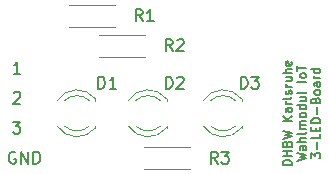
<source format=gbr>
%TF.GenerationSoftware,KiCad,Pcbnew,6.0.5-2.fc35*%
%TF.CreationDate,2022-09-23T18:33:46+02:00*%
%TF.ProjectId,LED-Board,4c45442d-426f-4617-9264-2e6b69636164,rev?*%
%TF.SameCoordinates,Original*%
%TF.FileFunction,Legend,Top*%
%TF.FilePolarity,Positive*%
%FSLAX46Y46*%
G04 Gerber Fmt 4.6, Leading zero omitted, Abs format (unit mm)*
G04 Created by KiCad (PCBNEW 6.0.5-2.fc35) date 2022-09-23 18:33:46*
%MOMM*%
%LPD*%
G01*
G04 APERTURE LIST*
%ADD10C,0.150000*%
%ADD11C,0.120000*%
G04 APERTURE END LIST*
D10*
X151531785Y-103417142D02*
X150781785Y-103417142D01*
X150781785Y-103238571D01*
X150817500Y-103131428D01*
X150888928Y-103060000D01*
X150960357Y-103024285D01*
X151103214Y-102988571D01*
X151210357Y-102988571D01*
X151353214Y-103024285D01*
X151424642Y-103060000D01*
X151496071Y-103131428D01*
X151531785Y-103238571D01*
X151531785Y-103417142D01*
X151531785Y-102667142D02*
X150781785Y-102667142D01*
X151138928Y-102667142D02*
X151138928Y-102238571D01*
X151531785Y-102238571D02*
X150781785Y-102238571D01*
X151138928Y-101631428D02*
X151174642Y-101524285D01*
X151210357Y-101488571D01*
X151281785Y-101452857D01*
X151388928Y-101452857D01*
X151460357Y-101488571D01*
X151496071Y-101524285D01*
X151531785Y-101595714D01*
X151531785Y-101881428D01*
X150781785Y-101881428D01*
X150781785Y-101631428D01*
X150817500Y-101560000D01*
X150853214Y-101524285D01*
X150924642Y-101488571D01*
X150996071Y-101488571D01*
X151067500Y-101524285D01*
X151103214Y-101560000D01*
X151138928Y-101631428D01*
X151138928Y-101881428D01*
X150781785Y-101202857D02*
X151531785Y-101024285D01*
X150996071Y-100881428D01*
X151531785Y-100738571D01*
X150781785Y-100560000D01*
X151531785Y-99702857D02*
X150781785Y-99702857D01*
X151531785Y-99274285D02*
X151103214Y-99595714D01*
X150781785Y-99274285D02*
X151210357Y-99702857D01*
X151531785Y-98631428D02*
X151138928Y-98631428D01*
X151067500Y-98667142D01*
X151031785Y-98738571D01*
X151031785Y-98881428D01*
X151067500Y-98952857D01*
X151496071Y-98631428D02*
X151531785Y-98702857D01*
X151531785Y-98881428D01*
X151496071Y-98952857D01*
X151424642Y-98988571D01*
X151353214Y-98988571D01*
X151281785Y-98952857D01*
X151246071Y-98881428D01*
X151246071Y-98702857D01*
X151210357Y-98631428D01*
X151531785Y-98274285D02*
X151031785Y-98274285D01*
X151174642Y-98274285D02*
X151103214Y-98238571D01*
X151067500Y-98202857D01*
X151031785Y-98131428D01*
X151031785Y-98060000D01*
X151531785Y-97702857D02*
X151496071Y-97774285D01*
X151424642Y-97810000D01*
X150781785Y-97810000D01*
X151496071Y-97452857D02*
X151531785Y-97381428D01*
X151531785Y-97238571D01*
X151496071Y-97167142D01*
X151424642Y-97131428D01*
X151388928Y-97131428D01*
X151317500Y-97167142D01*
X151281785Y-97238571D01*
X151281785Y-97345714D01*
X151246071Y-97417142D01*
X151174642Y-97452857D01*
X151138928Y-97452857D01*
X151067500Y-97417142D01*
X151031785Y-97345714D01*
X151031785Y-97238571D01*
X151067500Y-97167142D01*
X151531785Y-96810000D02*
X151031785Y-96810000D01*
X151174642Y-96810000D02*
X151103214Y-96774285D01*
X151067500Y-96738571D01*
X151031785Y-96667142D01*
X151031785Y-96595714D01*
X151031785Y-96024285D02*
X151531785Y-96024285D01*
X151031785Y-96345714D02*
X151424642Y-96345714D01*
X151496071Y-96310000D01*
X151531785Y-96238571D01*
X151531785Y-96131428D01*
X151496071Y-96060000D01*
X151460357Y-96024285D01*
X151531785Y-95667142D02*
X150781785Y-95667142D01*
X151531785Y-95345714D02*
X151138928Y-95345714D01*
X151067500Y-95381428D01*
X151031785Y-95452857D01*
X151031785Y-95560000D01*
X151067500Y-95631428D01*
X151103214Y-95667142D01*
X151496071Y-94702857D02*
X151531785Y-94774285D01*
X151531785Y-94917142D01*
X151496071Y-94988571D01*
X151424642Y-95024285D01*
X151138928Y-95024285D01*
X151067500Y-94988571D01*
X151031785Y-94917142D01*
X151031785Y-94774285D01*
X151067500Y-94702857D01*
X151138928Y-94667142D01*
X151210357Y-94667142D01*
X151281785Y-95024285D01*
X151989285Y-103060000D02*
X152739285Y-102881428D01*
X152203571Y-102738571D01*
X152739285Y-102595714D01*
X151989285Y-102417142D01*
X152739285Y-101810000D02*
X152346428Y-101810000D01*
X152275000Y-101845714D01*
X152239285Y-101917142D01*
X152239285Y-102060000D01*
X152275000Y-102131428D01*
X152703571Y-101810000D02*
X152739285Y-101881428D01*
X152739285Y-102060000D01*
X152703571Y-102131428D01*
X152632142Y-102167142D01*
X152560714Y-102167142D01*
X152489285Y-102131428D01*
X152453571Y-102060000D01*
X152453571Y-101881428D01*
X152417857Y-101810000D01*
X152739285Y-101452857D02*
X151989285Y-101452857D01*
X152739285Y-101131428D02*
X152346428Y-101131428D01*
X152275000Y-101167142D01*
X152239285Y-101238571D01*
X152239285Y-101345714D01*
X152275000Y-101417142D01*
X152310714Y-101452857D01*
X152739285Y-100667142D02*
X152703571Y-100738571D01*
X152632142Y-100774285D01*
X151989285Y-100774285D01*
X152739285Y-100381428D02*
X152239285Y-100381428D01*
X152310714Y-100381428D02*
X152275000Y-100345714D01*
X152239285Y-100274285D01*
X152239285Y-100167142D01*
X152275000Y-100095714D01*
X152346428Y-100060000D01*
X152739285Y-100060000D01*
X152346428Y-100060000D02*
X152275000Y-100024285D01*
X152239285Y-99952857D01*
X152239285Y-99845714D01*
X152275000Y-99774285D01*
X152346428Y-99738571D01*
X152739285Y-99738571D01*
X152739285Y-99274285D02*
X152703571Y-99345714D01*
X152667857Y-99381428D01*
X152596428Y-99417142D01*
X152382142Y-99417142D01*
X152310714Y-99381428D01*
X152275000Y-99345714D01*
X152239285Y-99274285D01*
X152239285Y-99167142D01*
X152275000Y-99095714D01*
X152310714Y-99060000D01*
X152382142Y-99024285D01*
X152596428Y-99024285D01*
X152667857Y-99060000D01*
X152703571Y-99095714D01*
X152739285Y-99167142D01*
X152739285Y-99274285D01*
X152739285Y-98381428D02*
X151989285Y-98381428D01*
X152703571Y-98381428D02*
X152739285Y-98452857D01*
X152739285Y-98595714D01*
X152703571Y-98667142D01*
X152667857Y-98702857D01*
X152596428Y-98738571D01*
X152382142Y-98738571D01*
X152310714Y-98702857D01*
X152275000Y-98667142D01*
X152239285Y-98595714D01*
X152239285Y-98452857D01*
X152275000Y-98381428D01*
X152239285Y-97702857D02*
X152739285Y-97702857D01*
X152239285Y-98024285D02*
X152632142Y-98024285D01*
X152703571Y-97988571D01*
X152739285Y-97917142D01*
X152739285Y-97810000D01*
X152703571Y-97738571D01*
X152667857Y-97702857D01*
X152739285Y-97238571D02*
X152703571Y-97310000D01*
X152632142Y-97345714D01*
X151989285Y-97345714D01*
X152739285Y-96381428D02*
X151989285Y-96381428D01*
X152739285Y-95917142D02*
X152703571Y-95988571D01*
X152667857Y-96024285D01*
X152596428Y-96060000D01*
X152382142Y-96060000D01*
X152310714Y-96024285D01*
X152275000Y-95988571D01*
X152239285Y-95917142D01*
X152239285Y-95810000D01*
X152275000Y-95738571D01*
X152310714Y-95702857D01*
X152382142Y-95667142D01*
X152596428Y-95667142D01*
X152667857Y-95702857D01*
X152703571Y-95738571D01*
X152739285Y-95810000D01*
X152739285Y-95917142D01*
X151989285Y-95452857D02*
X151989285Y-95024285D01*
X152739285Y-95238571D02*
X151989285Y-95238571D01*
X153196785Y-102881428D02*
X153196785Y-102417142D01*
X153482500Y-102667142D01*
X153482500Y-102560000D01*
X153518214Y-102488571D01*
X153553928Y-102452857D01*
X153625357Y-102417142D01*
X153803928Y-102417142D01*
X153875357Y-102452857D01*
X153911071Y-102488571D01*
X153946785Y-102560000D01*
X153946785Y-102774285D01*
X153911071Y-102845714D01*
X153875357Y-102881428D01*
X153661071Y-102095714D02*
X153661071Y-101524285D01*
X153946785Y-100810000D02*
X153946785Y-101167142D01*
X153196785Y-101167142D01*
X153553928Y-100560000D02*
X153553928Y-100310000D01*
X153946785Y-100202857D02*
X153946785Y-100560000D01*
X153196785Y-100560000D01*
X153196785Y-100202857D01*
X153946785Y-99881428D02*
X153196785Y-99881428D01*
X153196785Y-99702857D01*
X153232500Y-99595714D01*
X153303928Y-99524285D01*
X153375357Y-99488571D01*
X153518214Y-99452857D01*
X153625357Y-99452857D01*
X153768214Y-99488571D01*
X153839642Y-99524285D01*
X153911071Y-99595714D01*
X153946785Y-99702857D01*
X153946785Y-99881428D01*
X153661071Y-99131428D02*
X153661071Y-98560000D01*
X153553928Y-97952857D02*
X153589642Y-97845714D01*
X153625357Y-97810000D01*
X153696785Y-97774285D01*
X153803928Y-97774285D01*
X153875357Y-97810000D01*
X153911071Y-97845714D01*
X153946785Y-97917142D01*
X153946785Y-98202857D01*
X153196785Y-98202857D01*
X153196785Y-97952857D01*
X153232500Y-97881428D01*
X153268214Y-97845714D01*
X153339642Y-97810000D01*
X153411071Y-97810000D01*
X153482500Y-97845714D01*
X153518214Y-97881428D01*
X153553928Y-97952857D01*
X153553928Y-98202857D01*
X153946785Y-97345714D02*
X153911071Y-97417142D01*
X153875357Y-97452857D01*
X153803928Y-97488571D01*
X153589642Y-97488571D01*
X153518214Y-97452857D01*
X153482500Y-97417142D01*
X153446785Y-97345714D01*
X153446785Y-97238571D01*
X153482500Y-97167142D01*
X153518214Y-97131428D01*
X153589642Y-97095714D01*
X153803928Y-97095714D01*
X153875357Y-97131428D01*
X153911071Y-97167142D01*
X153946785Y-97238571D01*
X153946785Y-97345714D01*
X153946785Y-96452857D02*
X153553928Y-96452857D01*
X153482500Y-96488571D01*
X153446785Y-96560000D01*
X153446785Y-96702857D01*
X153482500Y-96774285D01*
X153911071Y-96452857D02*
X153946785Y-96524285D01*
X153946785Y-96702857D01*
X153911071Y-96774285D01*
X153839642Y-96810000D01*
X153768214Y-96810000D01*
X153696785Y-96774285D01*
X153661071Y-96702857D01*
X153661071Y-96524285D01*
X153625357Y-96452857D01*
X153946785Y-96095714D02*
X153446785Y-96095714D01*
X153589642Y-96095714D02*
X153518214Y-96060000D01*
X153482500Y-96024285D01*
X153446785Y-95952857D01*
X153446785Y-95881428D01*
X153946785Y-95310000D02*
X153196785Y-95310000D01*
X153911071Y-95310000D02*
X153946785Y-95381428D01*
X153946785Y-95524285D01*
X153911071Y-95595714D01*
X153875357Y-95631428D01*
X153803928Y-95667142D01*
X153589642Y-95667142D01*
X153518214Y-95631428D01*
X153482500Y-95595714D01*
X153446785Y-95524285D01*
X153446785Y-95381428D01*
X153482500Y-95310000D01*
X128143095Y-102370000D02*
X128047857Y-102322380D01*
X127905000Y-102322380D01*
X127762142Y-102370000D01*
X127666904Y-102465238D01*
X127619285Y-102560476D01*
X127571666Y-102750952D01*
X127571666Y-102893809D01*
X127619285Y-103084285D01*
X127666904Y-103179523D01*
X127762142Y-103274761D01*
X127905000Y-103322380D01*
X128000238Y-103322380D01*
X128143095Y-103274761D01*
X128190714Y-103227142D01*
X128190714Y-102893809D01*
X128000238Y-102893809D01*
X128619285Y-103322380D02*
X128619285Y-102322380D01*
X129190714Y-103322380D01*
X129190714Y-102322380D01*
X129666904Y-103322380D02*
X129666904Y-102322380D01*
X129905000Y-102322380D01*
X130047857Y-102370000D01*
X130143095Y-102465238D01*
X130190714Y-102560476D01*
X130238333Y-102750952D01*
X130238333Y-102893809D01*
X130190714Y-103084285D01*
X130143095Y-103179523D01*
X130047857Y-103274761D01*
X129905000Y-103322380D01*
X129666904Y-103322380D01*
X127936666Y-99782380D02*
X128555714Y-99782380D01*
X128222380Y-100163333D01*
X128365238Y-100163333D01*
X128460476Y-100210952D01*
X128508095Y-100258571D01*
X128555714Y-100353809D01*
X128555714Y-100591904D01*
X128508095Y-100687142D01*
X128460476Y-100734761D01*
X128365238Y-100782380D01*
X128079523Y-100782380D01*
X127984285Y-100734761D01*
X127936666Y-100687142D01*
X128555714Y-95702380D02*
X127984285Y-95702380D01*
X128270000Y-95702380D02*
X128270000Y-94702380D01*
X128174761Y-94845238D01*
X128079523Y-94940476D01*
X127984285Y-94988095D01*
X127984285Y-97337619D02*
X128031904Y-97290000D01*
X128127142Y-97242380D01*
X128365238Y-97242380D01*
X128460476Y-97290000D01*
X128508095Y-97337619D01*
X128555714Y-97432857D01*
X128555714Y-97528095D01*
X128508095Y-97670952D01*
X127936666Y-98242380D01*
X128555714Y-98242380D01*
%TO.C,D3*%
X147216904Y-96972380D02*
X147216904Y-95972380D01*
X147455000Y-95972380D01*
X147597857Y-96020000D01*
X147693095Y-96115238D01*
X147740714Y-96210476D01*
X147788333Y-96400952D01*
X147788333Y-96543809D01*
X147740714Y-96734285D01*
X147693095Y-96829523D01*
X147597857Y-96924761D01*
X147455000Y-96972380D01*
X147216904Y-96972380D01*
X148121666Y-95972380D02*
X148740714Y-95972380D01*
X148407380Y-96353333D01*
X148550238Y-96353333D01*
X148645476Y-96400952D01*
X148693095Y-96448571D01*
X148740714Y-96543809D01*
X148740714Y-96781904D01*
X148693095Y-96877142D01*
X148645476Y-96924761D01*
X148550238Y-96972380D01*
X148264523Y-96972380D01*
X148169285Y-96924761D01*
X148121666Y-96877142D01*
%TO.C,D2*%
X140866904Y-96972380D02*
X140866904Y-95972380D01*
X141105000Y-95972380D01*
X141247857Y-96020000D01*
X141343095Y-96115238D01*
X141390714Y-96210476D01*
X141438333Y-96400952D01*
X141438333Y-96543809D01*
X141390714Y-96734285D01*
X141343095Y-96829523D01*
X141247857Y-96924761D01*
X141105000Y-96972380D01*
X140866904Y-96972380D01*
X141819285Y-96067619D02*
X141866904Y-96020000D01*
X141962142Y-95972380D01*
X142200238Y-95972380D01*
X142295476Y-96020000D01*
X142343095Y-96067619D01*
X142390714Y-96162857D01*
X142390714Y-96258095D01*
X142343095Y-96400952D01*
X141771666Y-96972380D01*
X142390714Y-96972380D01*
%TO.C,R3*%
X145248333Y-103322380D02*
X144915000Y-102846190D01*
X144676904Y-103322380D02*
X144676904Y-102322380D01*
X145057857Y-102322380D01*
X145153095Y-102370000D01*
X145200714Y-102417619D01*
X145248333Y-102512857D01*
X145248333Y-102655714D01*
X145200714Y-102750952D01*
X145153095Y-102798571D01*
X145057857Y-102846190D01*
X144676904Y-102846190D01*
X145581666Y-102322380D02*
X146200714Y-102322380D01*
X145867380Y-102703333D01*
X146010238Y-102703333D01*
X146105476Y-102750952D01*
X146153095Y-102798571D01*
X146200714Y-102893809D01*
X146200714Y-103131904D01*
X146153095Y-103227142D01*
X146105476Y-103274761D01*
X146010238Y-103322380D01*
X145724523Y-103322380D01*
X145629285Y-103274761D01*
X145581666Y-103227142D01*
%TO.C,D1*%
X135151904Y-96972380D02*
X135151904Y-95972380D01*
X135390000Y-95972380D01*
X135532857Y-96020000D01*
X135628095Y-96115238D01*
X135675714Y-96210476D01*
X135723333Y-96400952D01*
X135723333Y-96543809D01*
X135675714Y-96734285D01*
X135628095Y-96829523D01*
X135532857Y-96924761D01*
X135390000Y-96972380D01*
X135151904Y-96972380D01*
X136675714Y-96972380D02*
X136104285Y-96972380D01*
X136390000Y-96972380D02*
X136390000Y-95972380D01*
X136294761Y-96115238D01*
X136199523Y-96210476D01*
X136104285Y-96258095D01*
%TO.C,R1*%
X138898333Y-91257380D02*
X138565000Y-90781190D01*
X138326904Y-91257380D02*
X138326904Y-90257380D01*
X138707857Y-90257380D01*
X138803095Y-90305000D01*
X138850714Y-90352619D01*
X138898333Y-90447857D01*
X138898333Y-90590714D01*
X138850714Y-90685952D01*
X138803095Y-90733571D01*
X138707857Y-90781190D01*
X138326904Y-90781190D01*
X139850714Y-91257380D02*
X139279285Y-91257380D01*
X139565000Y-91257380D02*
X139565000Y-90257380D01*
X139469761Y-90400238D01*
X139374523Y-90495476D01*
X139279285Y-90543095D01*
%TO.C,R2*%
X141438333Y-93797380D02*
X141105000Y-93321190D01*
X140866904Y-93797380D02*
X140866904Y-92797380D01*
X141247857Y-92797380D01*
X141343095Y-92845000D01*
X141390714Y-92892619D01*
X141438333Y-92987857D01*
X141438333Y-93130714D01*
X141390714Y-93225952D01*
X141343095Y-93273571D01*
X141247857Y-93321190D01*
X140866904Y-93321190D01*
X141819285Y-92892619D02*
X141866904Y-92845000D01*
X141962142Y-92797380D01*
X142200238Y-92797380D01*
X142295476Y-92845000D01*
X142343095Y-92892619D01*
X142390714Y-92987857D01*
X142390714Y-93083095D01*
X142343095Y-93225952D01*
X141771666Y-93797380D01*
X142390714Y-93797380D01*
D11*
%TO.C,D3*%
X147280000Y-97980000D02*
X147280000Y-97824000D01*
X147280000Y-100296000D02*
X147280000Y-100140000D01*
X146760961Y-97980000D02*
G75*
G03*
X144678870Y-97980163I-1040961J-1080000D01*
G01*
X147280000Y-97824484D02*
G75*
G03*
X144047665Y-97981392I-1560000J-1235516D01*
G01*
X144047665Y-100138608D02*
G75*
G03*
X147280000Y-100295516I1672335J1078608D01*
G01*
X144678870Y-100139837D02*
G75*
G03*
X146760961Y-100140000I1041130J1079837D01*
G01*
%TO.C,D2*%
X140930000Y-97980000D02*
X140930000Y-97824000D01*
X140930000Y-100296000D02*
X140930000Y-100140000D01*
X140410961Y-97980000D02*
G75*
G03*
X138328870Y-97980163I-1040961J-1080000D01*
G01*
X137697665Y-100138608D02*
G75*
G03*
X140930000Y-100295516I1672335J1078608D01*
G01*
X138328870Y-100139837D02*
G75*
G03*
X140410961Y-100140000I1041130J1079837D01*
G01*
X140930000Y-97824484D02*
G75*
G03*
X137697665Y-97981392I-1560000J-1235516D01*
G01*
%TO.C,R3*%
X139050000Y-101950000D02*
X142890000Y-101950000D01*
X139050000Y-103790000D02*
X142890000Y-103790000D01*
%TO.C,D1*%
X134910000Y-97980000D02*
X134910000Y-97824000D01*
X134910000Y-100296000D02*
X134910000Y-100140000D01*
X134910000Y-97824484D02*
G75*
G03*
X131677665Y-97981392I-1560000J-1235516D01*
G01*
X131677665Y-100138608D02*
G75*
G03*
X134910000Y-100295516I1672335J1078608D01*
G01*
X134390961Y-97980000D02*
G75*
G03*
X132308870Y-97980163I-1040961J-1080000D01*
G01*
X132308870Y-100139837D02*
G75*
G03*
X134390961Y-100140000I1041130J1079837D01*
G01*
%TO.C,R1*%
X132700000Y-91725000D02*
X136540000Y-91725000D01*
X132700000Y-89885000D02*
X136540000Y-89885000D01*
%TO.C,R2*%
X135240000Y-92425000D02*
X139080000Y-92425000D01*
X135240000Y-94265000D02*
X139080000Y-94265000D01*
%TD*%
M02*

</source>
